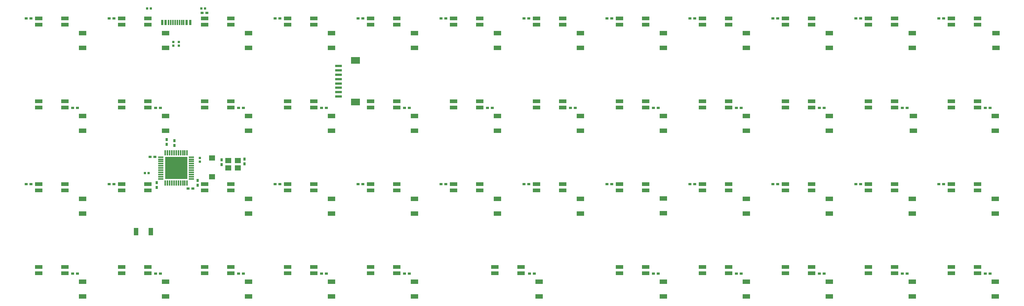
<source format=gbr>
G04 EAGLE Gerber RS-274X export*
G75*
%MOMM*%
%FSLAX34Y34*%
%LPD*%
%INSolderpaste Bottom*%
%IPPOS*%
%AMOC8*
5,1,8,0,0,1.08239X$1,22.5*%
G01*
%ADD10R,1.700000X1.100000*%
%ADD11R,1.800000X0.820000*%
%ADD12R,0.800000X0.550000*%
%ADD13R,1.100000X1.700000*%
%ADD14R,0.550000X0.800000*%
%ADD15R,0.300000X1.150000*%
%ADD16R,0.600000X1.150000*%
%ADD17R,0.550000X0.550000*%
%ADD18R,0.300000X1.300000*%
%ADD19R,1.300000X0.300000*%
%ADD20R,5.200000X5.200000*%
%ADD21R,1.400000X1.200000*%
%ADD22R,1.550000X0.600000*%
%ADD23R,2.000000X1.500000*%
%ADD24R,1.360000X1.230000*%


D10*
X261620Y786620D03*
X261620Y752620D03*
D11*
X160500Y820300D03*
X160500Y805300D03*
X220500Y820300D03*
X220500Y805300D03*
D12*
X131710Y820420D03*
X142610Y820420D03*
D10*
X452120Y786620D03*
X452120Y752620D03*
D11*
X351000Y820300D03*
X351000Y805300D03*
X411000Y820300D03*
X411000Y805300D03*
D12*
X322210Y820420D03*
X333110Y820420D03*
D10*
X642620Y786620D03*
X642620Y752620D03*
D11*
X541500Y820300D03*
X541500Y805300D03*
X601500Y820300D03*
X601500Y805300D03*
D12*
X546470Y833120D03*
X535570Y833120D03*
D10*
X833120Y786620D03*
X833120Y752620D03*
D11*
X732000Y820300D03*
X732000Y805300D03*
X792000Y820300D03*
X792000Y805300D03*
D12*
X703210Y820420D03*
X714110Y820420D03*
D10*
X1023620Y786620D03*
X1023620Y752620D03*
D11*
X922500Y820300D03*
X922500Y805300D03*
X982500Y820300D03*
X982500Y805300D03*
D12*
X893710Y820420D03*
X904610Y820420D03*
D10*
X1214120Y786620D03*
X1214120Y752620D03*
D11*
X1113000Y820300D03*
X1113000Y805300D03*
X1173000Y820300D03*
X1173000Y805300D03*
D12*
X1084210Y820420D03*
X1095110Y820420D03*
D10*
X1404620Y786620D03*
X1404620Y752620D03*
D11*
X1303500Y820300D03*
X1303500Y805300D03*
X1363500Y820300D03*
X1363500Y805300D03*
D12*
X1274710Y820420D03*
X1285610Y820420D03*
D10*
X1595120Y786620D03*
X1595120Y752620D03*
D11*
X1494000Y820300D03*
X1494000Y805300D03*
X1554000Y820300D03*
X1554000Y805300D03*
D12*
X1465210Y820420D03*
X1476110Y820420D03*
D10*
X1785620Y786620D03*
X1785620Y752620D03*
D11*
X1684500Y820300D03*
X1684500Y805300D03*
X1744500Y820300D03*
X1744500Y805300D03*
D12*
X1655710Y820420D03*
X1666610Y820420D03*
D10*
X1976120Y786620D03*
X1976120Y752620D03*
D11*
X1875000Y820300D03*
X1875000Y805300D03*
X1935000Y820300D03*
X1935000Y805300D03*
D12*
X1846210Y820420D03*
X1857110Y820420D03*
D10*
X2166620Y786620D03*
X2166620Y752620D03*
D11*
X2065500Y820300D03*
X2065500Y805300D03*
X2125500Y820300D03*
X2125500Y805300D03*
D12*
X2036710Y820420D03*
X2047610Y820420D03*
D10*
X2358390Y786620D03*
X2358390Y752620D03*
D11*
X2256000Y820300D03*
X2256000Y805300D03*
X2316000Y820300D03*
X2316000Y805300D03*
D12*
X2227210Y820420D03*
X2238110Y820420D03*
D10*
X261620Y596120D03*
X261620Y562120D03*
D11*
X220500Y614800D03*
X220500Y629800D03*
X160500Y614800D03*
X160500Y629800D03*
D12*
X238390Y614680D03*
X249290Y614680D03*
D10*
X452120Y596120D03*
X452120Y562120D03*
D11*
X411000Y614800D03*
X411000Y629800D03*
X351000Y614800D03*
X351000Y629800D03*
D12*
X428890Y614680D03*
X439790Y614680D03*
D10*
X642620Y596120D03*
X642620Y562120D03*
D11*
X601500Y614800D03*
X601500Y629800D03*
X541500Y614800D03*
X541500Y629800D03*
D12*
X619390Y614680D03*
X630290Y614680D03*
D10*
X833120Y596120D03*
X833120Y562120D03*
D11*
X792000Y614800D03*
X792000Y629800D03*
X732000Y614800D03*
X732000Y629800D03*
D12*
X809890Y614680D03*
X820790Y614680D03*
D10*
X1023620Y596120D03*
X1023620Y562120D03*
D11*
X982500Y614800D03*
X982500Y629800D03*
X922500Y614800D03*
X922500Y629800D03*
D12*
X1000390Y614680D03*
X1011290Y614680D03*
D10*
X1214120Y596120D03*
X1214120Y562120D03*
D11*
X1173000Y614800D03*
X1173000Y629800D03*
X1113000Y614800D03*
X1113000Y629800D03*
D12*
X1190890Y614680D03*
X1201790Y614680D03*
D10*
X1404620Y596120D03*
X1404620Y562120D03*
D11*
X1363500Y614800D03*
X1363500Y629800D03*
X1303500Y614800D03*
X1303500Y629800D03*
D12*
X1381390Y614680D03*
X1392290Y614680D03*
D10*
X1595120Y596120D03*
X1595120Y562120D03*
D11*
X1554000Y614800D03*
X1554000Y629800D03*
X1494000Y614800D03*
X1494000Y629800D03*
D12*
X1571890Y614680D03*
X1582790Y614680D03*
D10*
X1785620Y596120D03*
X1785620Y562120D03*
D11*
X1744500Y614800D03*
X1744500Y629800D03*
X1684500Y614800D03*
X1684500Y629800D03*
D12*
X1762390Y614680D03*
X1773290Y614680D03*
D10*
X1976120Y596120D03*
X1976120Y562120D03*
D11*
X1935000Y614800D03*
X1935000Y629800D03*
X1875000Y614800D03*
X1875000Y629800D03*
D12*
X1952890Y614680D03*
X1963790Y614680D03*
D10*
X2169160Y596120D03*
X2169160Y562120D03*
D11*
X2125500Y614800D03*
X2125500Y629800D03*
X2065500Y614800D03*
X2065500Y629800D03*
D12*
X2143390Y614680D03*
X2154290Y614680D03*
D10*
X2357120Y596120D03*
X2357120Y562120D03*
D11*
X2316000Y614800D03*
X2316000Y629800D03*
X2256000Y614800D03*
X2256000Y629800D03*
D12*
X2333890Y614680D03*
X2344790Y614680D03*
D10*
X261620Y405620D03*
X261620Y371620D03*
D11*
X160500Y439300D03*
X160500Y424300D03*
X220500Y439300D03*
X220500Y424300D03*
D12*
X131710Y439420D03*
X142610Y439420D03*
D13*
X384320Y330200D03*
X418320Y330200D03*
D11*
X351000Y439300D03*
X351000Y424300D03*
X411000Y439300D03*
X411000Y424300D03*
D12*
X322210Y439420D03*
X333110Y439420D03*
D10*
X642620Y405620D03*
X642620Y371620D03*
D11*
X541500Y439300D03*
X541500Y424300D03*
X601500Y439300D03*
X601500Y424300D03*
D14*
X525780Y447410D03*
X525780Y436510D03*
D10*
X833120Y405620D03*
X833120Y371620D03*
D11*
X732000Y439300D03*
X732000Y424300D03*
X792000Y439300D03*
X792000Y424300D03*
D12*
X703210Y439420D03*
X714110Y439420D03*
D10*
X1023620Y405620D03*
X1023620Y371620D03*
D11*
X922500Y439300D03*
X922500Y424300D03*
X982500Y439300D03*
X982500Y424300D03*
D12*
X893710Y439420D03*
X904610Y439420D03*
D10*
X1214120Y405620D03*
X1214120Y371620D03*
D11*
X1113000Y439300D03*
X1113000Y424300D03*
X1173000Y439300D03*
X1173000Y424300D03*
D12*
X1084210Y439420D03*
X1095110Y439420D03*
D10*
X1404620Y405620D03*
X1404620Y371620D03*
D11*
X1303500Y439300D03*
X1303500Y424300D03*
X1363500Y439300D03*
X1363500Y424300D03*
D12*
X1274710Y439420D03*
X1285610Y439420D03*
D10*
X1595040Y405980D03*
X1595040Y371980D03*
D11*
X1494000Y439300D03*
X1494000Y424300D03*
X1554000Y439300D03*
X1554000Y424300D03*
D12*
X1465210Y439420D03*
X1476110Y439420D03*
D10*
X1785620Y405620D03*
X1785620Y371620D03*
D11*
X1684500Y439300D03*
X1684500Y424300D03*
X1744500Y439300D03*
X1744500Y424300D03*
D12*
X1655710Y439420D03*
X1666610Y439420D03*
D10*
X1976120Y405620D03*
X1976120Y371620D03*
D11*
X1875000Y439300D03*
X1875000Y424300D03*
X1935000Y439300D03*
X1935000Y424300D03*
D12*
X1846210Y439420D03*
X1857110Y439420D03*
D10*
X2166620Y405620D03*
X2166620Y371620D03*
D11*
X2065500Y439300D03*
X2065500Y424300D03*
X2125500Y439300D03*
X2125500Y424300D03*
D12*
X2036710Y439420D03*
X2047610Y439420D03*
D10*
X2357120Y405620D03*
X2357120Y371620D03*
D11*
X2256000Y439300D03*
X2256000Y424300D03*
X2316000Y439300D03*
X2316000Y424300D03*
D12*
X2227210Y439420D03*
X2238110Y439420D03*
D10*
X261620Y215120D03*
X261620Y181120D03*
D11*
X220500Y233800D03*
X220500Y248800D03*
X160500Y233800D03*
X160500Y248800D03*
D12*
X238390Y233600D03*
X249290Y233600D03*
D10*
X452120Y215120D03*
X452120Y181120D03*
D11*
X411000Y233800D03*
X411000Y248800D03*
X351000Y233800D03*
X351000Y248800D03*
D12*
X428890Y233600D03*
X439790Y233600D03*
D10*
X642540Y215120D03*
X642540Y181120D03*
D11*
X601500Y233800D03*
X601500Y248800D03*
X541500Y233800D03*
X541500Y248800D03*
D12*
X619390Y233600D03*
X630290Y233600D03*
D10*
X833040Y215120D03*
X833040Y181120D03*
D11*
X792000Y233800D03*
X792000Y248800D03*
X732000Y233800D03*
X732000Y248800D03*
D12*
X809890Y233600D03*
X820790Y233600D03*
D10*
X1023620Y215120D03*
X1023620Y181120D03*
D11*
X982500Y233800D03*
X982500Y248800D03*
X922500Y233800D03*
X922500Y248800D03*
D12*
X1000390Y233600D03*
X1011290Y233600D03*
D10*
X1309370Y215120D03*
X1309370Y181120D03*
D11*
X1268250Y233800D03*
X1268250Y248800D03*
X1208250Y233800D03*
X1208250Y248800D03*
D12*
X1287410Y233680D03*
X1298310Y233680D03*
D10*
X1595120Y215120D03*
X1595120Y181120D03*
D11*
X1554000Y233800D03*
X1554000Y248800D03*
X1494000Y233800D03*
X1494000Y248800D03*
D12*
X1571890Y233680D03*
X1582790Y233680D03*
D10*
X1785620Y215120D03*
X1785620Y181120D03*
D11*
X1744500Y233800D03*
X1744500Y248800D03*
X1684500Y233800D03*
X1684500Y248800D03*
D12*
X1762390Y233680D03*
X1773290Y233680D03*
D10*
X1976120Y215120D03*
X1976120Y181120D03*
D11*
X1935000Y233800D03*
X1935000Y248800D03*
X1875000Y233800D03*
X1875000Y248800D03*
D12*
X1952890Y233680D03*
X1963790Y233680D03*
D10*
X2166620Y215120D03*
X2166620Y181120D03*
D11*
X2125500Y233800D03*
X2125500Y248800D03*
X2065500Y233800D03*
X2065500Y248800D03*
D12*
X2143390Y233680D03*
X2154290Y233680D03*
D10*
X2357120Y215120D03*
X2357120Y181120D03*
D11*
X2316000Y233800D03*
X2316000Y248800D03*
X2256000Y233800D03*
X2256000Y248800D03*
D12*
X2333890Y233680D03*
X2344790Y233680D03*
D15*
X473750Y810560D03*
X468750Y810560D03*
X463750Y810560D03*
X458750Y810560D03*
X478750Y810560D03*
X483750Y810560D03*
X488750Y810560D03*
X493750Y810560D03*
D16*
X452250Y810560D03*
X444250Y810560D03*
X500250Y810560D03*
X508250Y810560D03*
D17*
X542810Y843280D03*
X534150Y843280D03*
X409690Y843280D03*
X418350Y843280D03*
D18*
X456250Y511250D03*
X451250Y511250D03*
X461250Y511250D03*
X466250Y511250D03*
X471250Y511250D03*
X476250Y511250D03*
X481250Y511250D03*
X486250Y511250D03*
X491250Y511250D03*
X496250Y511250D03*
X501250Y511250D03*
D19*
X511250Y501250D03*
X511250Y496250D03*
X511250Y491250D03*
X511250Y486250D03*
X511250Y481250D03*
X511250Y476250D03*
X511250Y471250D03*
X511250Y466250D03*
X511250Y461250D03*
X511250Y456250D03*
X511250Y451250D03*
D18*
X501250Y441250D03*
X496250Y441250D03*
X491250Y441250D03*
X486250Y441250D03*
X481250Y441250D03*
X476250Y441250D03*
X471250Y441250D03*
X466250Y441250D03*
X461250Y441250D03*
X456250Y441250D03*
X451250Y441250D03*
D19*
X441250Y451250D03*
X441250Y456250D03*
X441250Y461250D03*
X441250Y466250D03*
X441250Y471250D03*
X441250Y476250D03*
X441250Y481250D03*
X441250Y486250D03*
X441250Y491250D03*
X441250Y496250D03*
X441250Y501250D03*
D20*
X476250Y476250D03*
D17*
X482600Y766330D03*
X482600Y757670D03*
X469900Y766330D03*
X469900Y757670D03*
X530860Y490810D03*
X530860Y499470D03*
D14*
X472440Y538850D03*
X472440Y527950D03*
D21*
X618060Y476640D03*
X596060Y476640D03*
X596060Y493640D03*
X618060Y493640D03*
D14*
X633420Y496850D03*
X633420Y485950D03*
X580860Y494580D03*
X580860Y483680D03*
D12*
X503820Y429260D03*
X514720Y429260D03*
D14*
X431720Y442610D03*
X431720Y431710D03*
D12*
X427090Y501650D03*
X416190Y501650D03*
D14*
X454660Y530490D03*
X454660Y541390D03*
D17*
X413270Y464820D03*
X404610Y464820D03*
D22*
X849310Y710640D03*
X849310Y700640D03*
X849310Y690640D03*
X849310Y680640D03*
X849310Y670640D03*
X849310Y660640D03*
X849310Y650640D03*
X849310Y640640D03*
D23*
X888060Y627640D03*
X888060Y723640D03*
D24*
X558800Y499370D03*
X558800Y455670D03*
M02*

</source>
